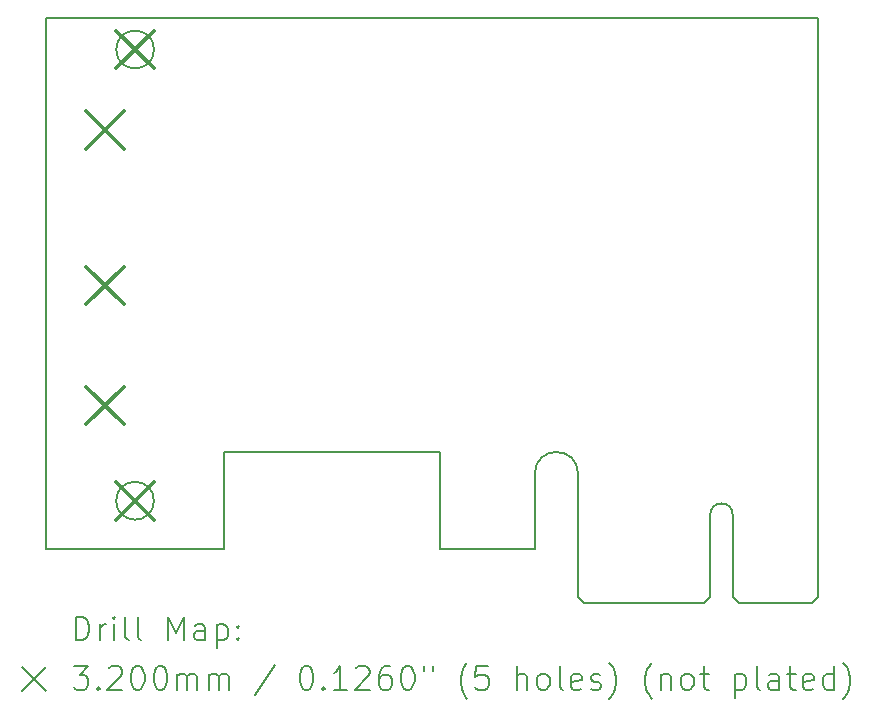
<source format=gbr>
%TF.GenerationSoftware,KiCad,Pcbnew,6.0.9+dfsg-1*%
%TF.CreationDate,2023-01-25T21:24:43+01:00*%
%TF.ProjectId,siproslic,73697072-6f73-46c6-9963-2e6b69636164,rev?*%
%TF.SameCoordinates,Original*%
%TF.FileFunction,Drillmap*%
%TF.FilePolarity,Positive*%
%FSLAX45Y45*%
G04 Gerber Fmt 4.5, Leading zero omitted, Abs format (unit mm)*
G04 Created by KiCad (PCBNEW 6.0.9+dfsg-1) date 2023-01-25 21:24:43*
%MOMM*%
%LPD*%
G01*
G04 APERTURE LIST*
%ADD10C,0.150000*%
%ADD11C,0.200000*%
%ADD12C,0.320000*%
G04 APERTURE END LIST*
D10*
X10997500Y-19412500D02*
X12017500Y-19412500D01*
X10947500Y-19362500D02*
X10997500Y-19412500D01*
X9782500Y-18137500D02*
X9782500Y-18962500D01*
X7357500Y-18550000D02*
G75*
G03*
X7357500Y-18550000I-160000J0D01*
G01*
X12977500Y-14462500D02*
X6447500Y-14462500D01*
X12257500Y-18667500D02*
X12257500Y-19362500D01*
X10947500Y-18320000D02*
X10947500Y-19362500D01*
X12257500Y-19362500D02*
X12307500Y-19412500D01*
X7947500Y-18962500D02*
X7947500Y-18137500D01*
X7357500Y-14730000D02*
G75*
G03*
X7357500Y-14730000I-160000J0D01*
G01*
X6447500Y-14462500D02*
X6447500Y-18962500D01*
X9782500Y-18962500D02*
X10582500Y-18962500D01*
X10947500Y-18320000D02*
G75*
G03*
X10582500Y-18320000I-182500J0D01*
G01*
X12257500Y-18667500D02*
G75*
G03*
X12067500Y-18667500I-95000J0D01*
G01*
X6447500Y-18962500D02*
X7947500Y-18962500D01*
X12927500Y-19412500D02*
X12307500Y-19412500D01*
X12017500Y-19412500D02*
X12067500Y-19362500D01*
X12977500Y-19362500D02*
X12927500Y-19412500D01*
X10582500Y-18962500D02*
X10582500Y-18320000D01*
X12977500Y-14462500D02*
X12977500Y-19362500D01*
X7947500Y-18137500D02*
X9782500Y-18137500D01*
X12067500Y-19362500D02*
X12067500Y-18667500D01*
D11*
D12*
X6782500Y-15254500D02*
X7102500Y-15574500D01*
X7102500Y-15254500D02*
X6782500Y-15574500D01*
X6782500Y-16568500D02*
X7102500Y-16888500D01*
X7102500Y-16568500D02*
X6782500Y-16888500D01*
X6782500Y-17584500D02*
X7102500Y-17904500D01*
X7102500Y-17584500D02*
X6782500Y-17904500D01*
X7037500Y-14570000D02*
X7357500Y-14890000D01*
X7357500Y-14570000D02*
X7037500Y-14890000D01*
X7037500Y-18390000D02*
X7357500Y-18710000D01*
X7357500Y-18390000D02*
X7037500Y-18710000D01*
D11*
X6697619Y-19730476D02*
X6697619Y-19530476D01*
X6745238Y-19530476D01*
X6773809Y-19540000D01*
X6792857Y-19559048D01*
X6802381Y-19578095D01*
X6811905Y-19616190D01*
X6811905Y-19644762D01*
X6802381Y-19682857D01*
X6792857Y-19701905D01*
X6773809Y-19720952D01*
X6745238Y-19730476D01*
X6697619Y-19730476D01*
X6897619Y-19730476D02*
X6897619Y-19597143D01*
X6897619Y-19635238D02*
X6907143Y-19616190D01*
X6916667Y-19606667D01*
X6935714Y-19597143D01*
X6954762Y-19597143D01*
X7021428Y-19730476D02*
X7021428Y-19597143D01*
X7021428Y-19530476D02*
X7011905Y-19540000D01*
X7021428Y-19549524D01*
X7030952Y-19540000D01*
X7021428Y-19530476D01*
X7021428Y-19549524D01*
X7145238Y-19730476D02*
X7126190Y-19720952D01*
X7116667Y-19701905D01*
X7116667Y-19530476D01*
X7250000Y-19730476D02*
X7230952Y-19720952D01*
X7221428Y-19701905D01*
X7221428Y-19530476D01*
X7478571Y-19730476D02*
X7478571Y-19530476D01*
X7545238Y-19673333D01*
X7611905Y-19530476D01*
X7611905Y-19730476D01*
X7792857Y-19730476D02*
X7792857Y-19625714D01*
X7783333Y-19606667D01*
X7764286Y-19597143D01*
X7726190Y-19597143D01*
X7707143Y-19606667D01*
X7792857Y-19720952D02*
X7773809Y-19730476D01*
X7726190Y-19730476D01*
X7707143Y-19720952D01*
X7697619Y-19701905D01*
X7697619Y-19682857D01*
X7707143Y-19663810D01*
X7726190Y-19654286D01*
X7773809Y-19654286D01*
X7792857Y-19644762D01*
X7888095Y-19597143D02*
X7888095Y-19797143D01*
X7888095Y-19606667D02*
X7907143Y-19597143D01*
X7945238Y-19597143D01*
X7964286Y-19606667D01*
X7973809Y-19616190D01*
X7983333Y-19635238D01*
X7983333Y-19692381D01*
X7973809Y-19711429D01*
X7964286Y-19720952D01*
X7945238Y-19730476D01*
X7907143Y-19730476D01*
X7888095Y-19720952D01*
X8069048Y-19711429D02*
X8078571Y-19720952D01*
X8069048Y-19730476D01*
X8059524Y-19720952D01*
X8069048Y-19711429D01*
X8069048Y-19730476D01*
X8069048Y-19606667D02*
X8078571Y-19616190D01*
X8069048Y-19625714D01*
X8059524Y-19616190D01*
X8069048Y-19606667D01*
X8069048Y-19625714D01*
X6240000Y-19960000D02*
X6440000Y-20160000D01*
X6440000Y-19960000D02*
X6240000Y-20160000D01*
X6678571Y-19950476D02*
X6802381Y-19950476D01*
X6735714Y-20026667D01*
X6764286Y-20026667D01*
X6783333Y-20036190D01*
X6792857Y-20045714D01*
X6802381Y-20064762D01*
X6802381Y-20112381D01*
X6792857Y-20131429D01*
X6783333Y-20140952D01*
X6764286Y-20150476D01*
X6707143Y-20150476D01*
X6688095Y-20140952D01*
X6678571Y-20131429D01*
X6888095Y-20131429D02*
X6897619Y-20140952D01*
X6888095Y-20150476D01*
X6878571Y-20140952D01*
X6888095Y-20131429D01*
X6888095Y-20150476D01*
X6973809Y-19969524D02*
X6983333Y-19960000D01*
X7002381Y-19950476D01*
X7050000Y-19950476D01*
X7069048Y-19960000D01*
X7078571Y-19969524D01*
X7088095Y-19988571D01*
X7088095Y-20007619D01*
X7078571Y-20036190D01*
X6964286Y-20150476D01*
X7088095Y-20150476D01*
X7211905Y-19950476D02*
X7230952Y-19950476D01*
X7250000Y-19960000D01*
X7259524Y-19969524D01*
X7269048Y-19988571D01*
X7278571Y-20026667D01*
X7278571Y-20074286D01*
X7269048Y-20112381D01*
X7259524Y-20131429D01*
X7250000Y-20140952D01*
X7230952Y-20150476D01*
X7211905Y-20150476D01*
X7192857Y-20140952D01*
X7183333Y-20131429D01*
X7173809Y-20112381D01*
X7164286Y-20074286D01*
X7164286Y-20026667D01*
X7173809Y-19988571D01*
X7183333Y-19969524D01*
X7192857Y-19960000D01*
X7211905Y-19950476D01*
X7402381Y-19950476D02*
X7421428Y-19950476D01*
X7440476Y-19960000D01*
X7450000Y-19969524D01*
X7459524Y-19988571D01*
X7469048Y-20026667D01*
X7469048Y-20074286D01*
X7459524Y-20112381D01*
X7450000Y-20131429D01*
X7440476Y-20140952D01*
X7421428Y-20150476D01*
X7402381Y-20150476D01*
X7383333Y-20140952D01*
X7373809Y-20131429D01*
X7364286Y-20112381D01*
X7354762Y-20074286D01*
X7354762Y-20026667D01*
X7364286Y-19988571D01*
X7373809Y-19969524D01*
X7383333Y-19960000D01*
X7402381Y-19950476D01*
X7554762Y-20150476D02*
X7554762Y-20017143D01*
X7554762Y-20036190D02*
X7564286Y-20026667D01*
X7583333Y-20017143D01*
X7611905Y-20017143D01*
X7630952Y-20026667D01*
X7640476Y-20045714D01*
X7640476Y-20150476D01*
X7640476Y-20045714D02*
X7650000Y-20026667D01*
X7669048Y-20017143D01*
X7697619Y-20017143D01*
X7716667Y-20026667D01*
X7726190Y-20045714D01*
X7726190Y-20150476D01*
X7821428Y-20150476D02*
X7821428Y-20017143D01*
X7821428Y-20036190D02*
X7830952Y-20026667D01*
X7850000Y-20017143D01*
X7878571Y-20017143D01*
X7897619Y-20026667D01*
X7907143Y-20045714D01*
X7907143Y-20150476D01*
X7907143Y-20045714D02*
X7916667Y-20026667D01*
X7935714Y-20017143D01*
X7964286Y-20017143D01*
X7983333Y-20026667D01*
X7992857Y-20045714D01*
X7992857Y-20150476D01*
X8383333Y-19940952D02*
X8211905Y-20198095D01*
X8640476Y-19950476D02*
X8659524Y-19950476D01*
X8678571Y-19960000D01*
X8688095Y-19969524D01*
X8697619Y-19988571D01*
X8707143Y-20026667D01*
X8707143Y-20074286D01*
X8697619Y-20112381D01*
X8688095Y-20131429D01*
X8678571Y-20140952D01*
X8659524Y-20150476D01*
X8640476Y-20150476D01*
X8621429Y-20140952D01*
X8611905Y-20131429D01*
X8602381Y-20112381D01*
X8592857Y-20074286D01*
X8592857Y-20026667D01*
X8602381Y-19988571D01*
X8611905Y-19969524D01*
X8621429Y-19960000D01*
X8640476Y-19950476D01*
X8792857Y-20131429D02*
X8802381Y-20140952D01*
X8792857Y-20150476D01*
X8783333Y-20140952D01*
X8792857Y-20131429D01*
X8792857Y-20150476D01*
X8992857Y-20150476D02*
X8878571Y-20150476D01*
X8935714Y-20150476D02*
X8935714Y-19950476D01*
X8916667Y-19979048D01*
X8897619Y-19998095D01*
X8878571Y-20007619D01*
X9069048Y-19969524D02*
X9078571Y-19960000D01*
X9097619Y-19950476D01*
X9145238Y-19950476D01*
X9164286Y-19960000D01*
X9173810Y-19969524D01*
X9183333Y-19988571D01*
X9183333Y-20007619D01*
X9173810Y-20036190D01*
X9059524Y-20150476D01*
X9183333Y-20150476D01*
X9354762Y-19950476D02*
X9316667Y-19950476D01*
X9297619Y-19960000D01*
X9288095Y-19969524D01*
X9269048Y-19998095D01*
X9259524Y-20036190D01*
X9259524Y-20112381D01*
X9269048Y-20131429D01*
X9278571Y-20140952D01*
X9297619Y-20150476D01*
X9335714Y-20150476D01*
X9354762Y-20140952D01*
X9364286Y-20131429D01*
X9373810Y-20112381D01*
X9373810Y-20064762D01*
X9364286Y-20045714D01*
X9354762Y-20036190D01*
X9335714Y-20026667D01*
X9297619Y-20026667D01*
X9278571Y-20036190D01*
X9269048Y-20045714D01*
X9259524Y-20064762D01*
X9497619Y-19950476D02*
X9516667Y-19950476D01*
X9535714Y-19960000D01*
X9545238Y-19969524D01*
X9554762Y-19988571D01*
X9564286Y-20026667D01*
X9564286Y-20074286D01*
X9554762Y-20112381D01*
X9545238Y-20131429D01*
X9535714Y-20140952D01*
X9516667Y-20150476D01*
X9497619Y-20150476D01*
X9478571Y-20140952D01*
X9469048Y-20131429D01*
X9459524Y-20112381D01*
X9450000Y-20074286D01*
X9450000Y-20026667D01*
X9459524Y-19988571D01*
X9469048Y-19969524D01*
X9478571Y-19960000D01*
X9497619Y-19950476D01*
X9640476Y-19950476D02*
X9640476Y-19988571D01*
X9716667Y-19950476D02*
X9716667Y-19988571D01*
X10011905Y-20226667D02*
X10002381Y-20217143D01*
X9983333Y-20188571D01*
X9973810Y-20169524D01*
X9964286Y-20140952D01*
X9954762Y-20093333D01*
X9954762Y-20055238D01*
X9964286Y-20007619D01*
X9973810Y-19979048D01*
X9983333Y-19960000D01*
X10002381Y-19931429D01*
X10011905Y-19921905D01*
X10183333Y-19950476D02*
X10088095Y-19950476D01*
X10078571Y-20045714D01*
X10088095Y-20036190D01*
X10107143Y-20026667D01*
X10154762Y-20026667D01*
X10173810Y-20036190D01*
X10183333Y-20045714D01*
X10192857Y-20064762D01*
X10192857Y-20112381D01*
X10183333Y-20131429D01*
X10173810Y-20140952D01*
X10154762Y-20150476D01*
X10107143Y-20150476D01*
X10088095Y-20140952D01*
X10078571Y-20131429D01*
X10430952Y-20150476D02*
X10430952Y-19950476D01*
X10516667Y-20150476D02*
X10516667Y-20045714D01*
X10507143Y-20026667D01*
X10488095Y-20017143D01*
X10459524Y-20017143D01*
X10440476Y-20026667D01*
X10430952Y-20036190D01*
X10640476Y-20150476D02*
X10621429Y-20140952D01*
X10611905Y-20131429D01*
X10602381Y-20112381D01*
X10602381Y-20055238D01*
X10611905Y-20036190D01*
X10621429Y-20026667D01*
X10640476Y-20017143D01*
X10669048Y-20017143D01*
X10688095Y-20026667D01*
X10697619Y-20036190D01*
X10707143Y-20055238D01*
X10707143Y-20112381D01*
X10697619Y-20131429D01*
X10688095Y-20140952D01*
X10669048Y-20150476D01*
X10640476Y-20150476D01*
X10821429Y-20150476D02*
X10802381Y-20140952D01*
X10792857Y-20121905D01*
X10792857Y-19950476D01*
X10973810Y-20140952D02*
X10954762Y-20150476D01*
X10916667Y-20150476D01*
X10897619Y-20140952D01*
X10888095Y-20121905D01*
X10888095Y-20045714D01*
X10897619Y-20026667D01*
X10916667Y-20017143D01*
X10954762Y-20017143D01*
X10973810Y-20026667D01*
X10983333Y-20045714D01*
X10983333Y-20064762D01*
X10888095Y-20083810D01*
X11059524Y-20140952D02*
X11078571Y-20150476D01*
X11116667Y-20150476D01*
X11135714Y-20140952D01*
X11145238Y-20121905D01*
X11145238Y-20112381D01*
X11135714Y-20093333D01*
X11116667Y-20083810D01*
X11088095Y-20083810D01*
X11069048Y-20074286D01*
X11059524Y-20055238D01*
X11059524Y-20045714D01*
X11069048Y-20026667D01*
X11088095Y-20017143D01*
X11116667Y-20017143D01*
X11135714Y-20026667D01*
X11211905Y-20226667D02*
X11221428Y-20217143D01*
X11240476Y-20188571D01*
X11250000Y-20169524D01*
X11259524Y-20140952D01*
X11269048Y-20093333D01*
X11269048Y-20055238D01*
X11259524Y-20007619D01*
X11250000Y-19979048D01*
X11240476Y-19960000D01*
X11221428Y-19931429D01*
X11211905Y-19921905D01*
X11573809Y-20226667D02*
X11564286Y-20217143D01*
X11545238Y-20188571D01*
X11535714Y-20169524D01*
X11526190Y-20140952D01*
X11516667Y-20093333D01*
X11516667Y-20055238D01*
X11526190Y-20007619D01*
X11535714Y-19979048D01*
X11545238Y-19960000D01*
X11564286Y-19931429D01*
X11573809Y-19921905D01*
X11650000Y-20017143D02*
X11650000Y-20150476D01*
X11650000Y-20036190D02*
X11659524Y-20026667D01*
X11678571Y-20017143D01*
X11707143Y-20017143D01*
X11726190Y-20026667D01*
X11735714Y-20045714D01*
X11735714Y-20150476D01*
X11859524Y-20150476D02*
X11840476Y-20140952D01*
X11830952Y-20131429D01*
X11821428Y-20112381D01*
X11821428Y-20055238D01*
X11830952Y-20036190D01*
X11840476Y-20026667D01*
X11859524Y-20017143D01*
X11888095Y-20017143D01*
X11907143Y-20026667D01*
X11916667Y-20036190D01*
X11926190Y-20055238D01*
X11926190Y-20112381D01*
X11916667Y-20131429D01*
X11907143Y-20140952D01*
X11888095Y-20150476D01*
X11859524Y-20150476D01*
X11983333Y-20017143D02*
X12059524Y-20017143D01*
X12011905Y-19950476D02*
X12011905Y-20121905D01*
X12021428Y-20140952D01*
X12040476Y-20150476D01*
X12059524Y-20150476D01*
X12278571Y-20017143D02*
X12278571Y-20217143D01*
X12278571Y-20026667D02*
X12297619Y-20017143D01*
X12335714Y-20017143D01*
X12354762Y-20026667D01*
X12364286Y-20036190D01*
X12373809Y-20055238D01*
X12373809Y-20112381D01*
X12364286Y-20131429D01*
X12354762Y-20140952D01*
X12335714Y-20150476D01*
X12297619Y-20150476D01*
X12278571Y-20140952D01*
X12488095Y-20150476D02*
X12469048Y-20140952D01*
X12459524Y-20121905D01*
X12459524Y-19950476D01*
X12650000Y-20150476D02*
X12650000Y-20045714D01*
X12640476Y-20026667D01*
X12621428Y-20017143D01*
X12583333Y-20017143D01*
X12564286Y-20026667D01*
X12650000Y-20140952D02*
X12630952Y-20150476D01*
X12583333Y-20150476D01*
X12564286Y-20140952D01*
X12554762Y-20121905D01*
X12554762Y-20102857D01*
X12564286Y-20083810D01*
X12583333Y-20074286D01*
X12630952Y-20074286D01*
X12650000Y-20064762D01*
X12716667Y-20017143D02*
X12792857Y-20017143D01*
X12745238Y-19950476D02*
X12745238Y-20121905D01*
X12754762Y-20140952D01*
X12773809Y-20150476D01*
X12792857Y-20150476D01*
X12935714Y-20140952D02*
X12916667Y-20150476D01*
X12878571Y-20150476D01*
X12859524Y-20140952D01*
X12850000Y-20121905D01*
X12850000Y-20045714D01*
X12859524Y-20026667D01*
X12878571Y-20017143D01*
X12916667Y-20017143D01*
X12935714Y-20026667D01*
X12945238Y-20045714D01*
X12945238Y-20064762D01*
X12850000Y-20083810D01*
X13116667Y-20150476D02*
X13116667Y-19950476D01*
X13116667Y-20140952D02*
X13097619Y-20150476D01*
X13059524Y-20150476D01*
X13040476Y-20140952D01*
X13030952Y-20131429D01*
X13021428Y-20112381D01*
X13021428Y-20055238D01*
X13030952Y-20036190D01*
X13040476Y-20026667D01*
X13059524Y-20017143D01*
X13097619Y-20017143D01*
X13116667Y-20026667D01*
X13192857Y-20226667D02*
X13202381Y-20217143D01*
X13221428Y-20188571D01*
X13230952Y-20169524D01*
X13240476Y-20140952D01*
X13250000Y-20093333D01*
X13250000Y-20055238D01*
X13240476Y-20007619D01*
X13230952Y-19979048D01*
X13221428Y-19960000D01*
X13202381Y-19931429D01*
X13192857Y-19921905D01*
M02*

</source>
